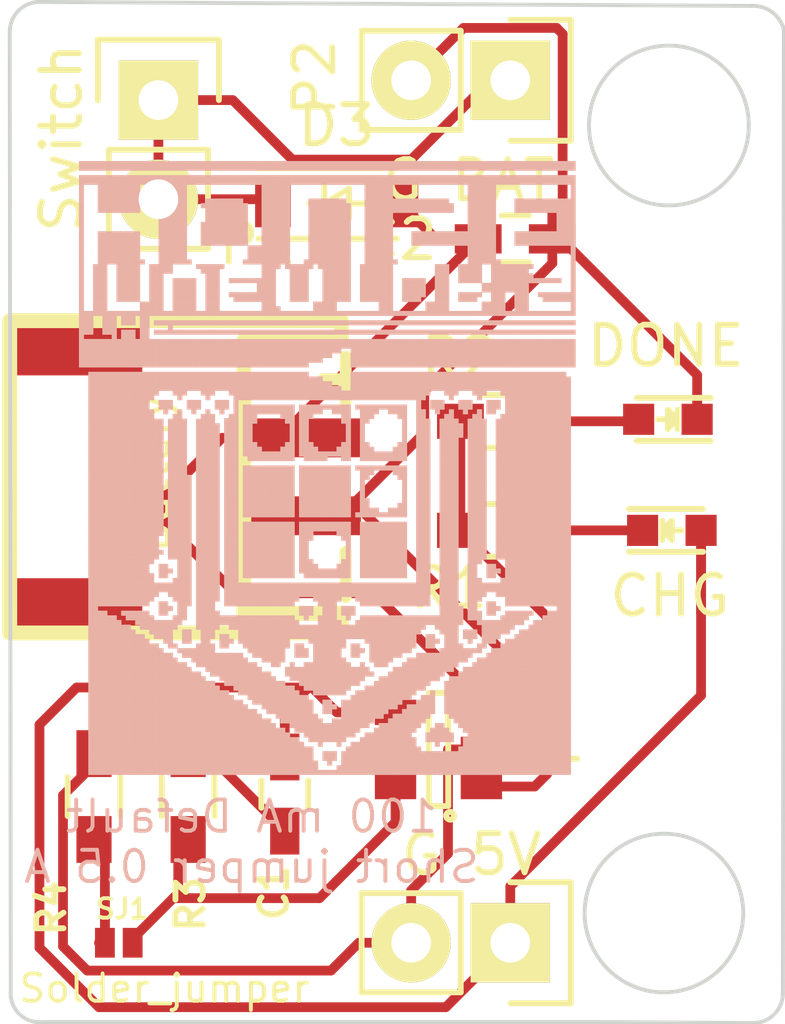
<source format=kicad_pcb>
(kicad_pcb (version 20171130) (host pcbnew "(5.1.12)-1")
  (title_block (title NodeMcuBackpackLipo) (date 2015-12-28) (rev 1.2) (company "The Inventors House") (comment 1 Wero1414) (comment 2 Sabas))
  (layers (0 F.Cu signal) (31 B.Cu signal) (34 B.Paste user hide) (35 F.Paste user hide) (36 B.SilkS user hide) (37 F.SilkS user hide) (38 B.Mask user hide) (39 F.Mask user hide) (44 Edge.Cuts user))
  (net 0 "")
  (net 1 /VBUS)
  (net 2 GND)
  (net 3 /VBat)
  (net 4 "Net-(D1-Pad1)")
  (net 5 "Net-(D2-Pad2)")
  (net 6 "Net-(R1-Pad1)")
  (net 7 "Net-(R3-Pad2)")
  (net 8 "Net-(R4-Pad2)")
  (net 9 "Net-(D3-Pad1)")
  (module Capacitors_SMD:C_0603_HandSoldering (layer F.Cu) (at 134.048 116.078 270)
    (fp_text reference C1 (at 2.532 0.2785 270) (layer F.SilkS) (effects (font (size 0.7 0.7))))
    (fp_text value 10uF)
    (pad 1 smd rect (at -0.95 0 270) (size 1.2 0.75) (layers F.Cu F.Paste F.Mask) (net 1 /VBUS))
    (pad 2 smd rect (at 0.95 0 270) (size 1.2 0.75) (layers F.Cu F.Paste F.Mask) (net 2 GND))
  )
  (module Capacitors_SMD:C_0603_HandSoldering (layer F.Cu) (at 139.954 101.854)
    (fp_text reference C2 (at -2.994 0.016) (layer F.SilkS))
    (fp_text value 10uF)
    (pad 1 smd rect (at -0.95 0) (size 1.2 0.75) (layers F.Cu F.Paste F.Mask) (net 3 /VBat))
    (pad 2 smd rect (at 0.95 0) (size 1.2 0.75) (layers F.Cu F.Paste F.Mask) (net 2 GND))
  )
  (module LEDs:LED-0603 (layer F.Cu) (at 143.967 109.322)
    (fp_text reference D1 hide)
    (fp_text value CHG (at -0.0508 1.6764) (layer F.SilkS))
    (pad 2 smd rect (at 0.7493 0 180) (size 0.79756 0.79756) (layers F.Cu F.Paste F.Mask) (net 1 /VBUS))
    (pad 1 smd rect (at -0.7493 0 180) (size 0.79756 0.79756) (layers F.Cu F.Paste F.Mask) (net 4 "Net-(D1-Pad1)"))
  )
  (module LEDs:LED-0603 (layer F.Cu) (at 143.866 106.477 180)
    (fp_text reference D2 hide)
    (fp_text value DONE (at 0.0508 1.8796 180) (layer F.SilkS))
    (pad 2 smd rect (at 0.7493 0) (size 0.79756 0.79756) (layers F.Cu F.Paste F.Mask) (net 5 "Net-(D2-Pad2)"))
    (pad 1 smd rect (at -0.7493 0) (size 0.79756 0.79756) (layers F.Cu F.Paste F.Mask) (net 2 GND))
  )
  (module Pin_Headers:Pin_Header_Straight_1x02 (layer F.Cu) (at 130.81 98.298)
    (fp_text reference P1 (at 2.54 3.683) (layer F.SilkS))
    (fp_text value Switch (at -2.4892 0.9652 90) (layer F.SilkS))
    (pad 1 thru_hole rect (at 0 0) (size 2.032 2.032) (drill 1.016) (layers *.Cu *.Mask F.SilkS) (net 9 "Net-(D3-Pad1)"))
    (pad 2 thru_hole oval (at 0 2.54) (size 2.032 2.032) (drill 1.016) (layers *.Cu *.Mask F.SilkS) (net 9 "Net-(D3-Pad1)"))
  )
  (module Pin_Headers:Pin_Header_Straight_1x02 (layer F.Cu) (at 139.827 97.79 270)
    (fp_text reference P2 (at -0.062 5.017 270) (layer F.SilkS))
    (fp_text value "G BAT" (at 2.5654 1.0668) (layer F.SilkS))
    (pad 1 thru_hole rect (at 0 0 270) (size 2.032 2.032) (drill 1.016) (layers *.Cu *.Mask F.SilkS) (net 9 "Net-(D3-Pad1)"))
    (pad 2 thru_hole oval (at 0 2.54 270) (size 2.032 2.032) (drill 1.016) (layers *.Cu *.Mask F.SilkS) (net 2 GND))
  )
  (module open-project:CONN_JST-2_SMD (layer F.Cu) (at 127 107.95 270)
    (fp_text reference P3 hide)
    (fp_text value Battery (at -0.09 -3.7 270) (layer F.SilkS) (effects (font (size 0.762 0.762) (thickness 0.127))))
    (fp_text user - (at 2.49936 -8.49884 270) (layer F.SilkS) (effects (font (size 1.524 1.524) (thickness 0.3048))))
    (fp_text user + (at -2.49936 -8.49884 270) (layer F.SilkS) (effects (font (size 1.524 1.524) (thickness 0.3048))))
    (pad "" smd rect (at -3.34772 -1.69926 270) (size 1.4986 3.39598) (layers F.Cu F.Paste F.Mask))
    (pad 1 smd rect (at -0.99822 -7.24916 270) (size 0.99568 3.49758) (layers F.Cu F.Paste F.Mask) (net 3 /VBat))
    (pad 2 smd rect (at 0.99822 -7.24916 270) (size 0.99568 3.49758) (layers F.Cu F.Paste F.Mask) (net 2 GND))
    (pad "" smd rect (at 3.34772 -1.69926 270) (size 1.4986 3.39598) (layers F.Cu F.Paste F.Mask))
  )
  (module Pin_Headers:Pin_Header_Straight_1x02 (layer F.Cu) (at 139.827 119.888 270)
    (fp_text reference P4 hide)
    (fp_text value "G 5V" (at -2.2606 0.9906) (layer F.SilkS))
    (pad 1 thru_hole rect (at 0 0 270) (size 2.032 2.032) (drill 1.016) (layers *.Cu *.Mask F.SilkS) (net 1 /VBUS))
    (pad 2 thru_hole oval (at 0 2.54 270) (size 2.032 2.032) (drill 1.016) (layers *.Cu *.Mask F.SilkS) (net 2 GND))
  )
  (module Resistors_SMD:R_0603_HandSoldering (layer F.Cu) (at 139.649 109.322)
    (fp_text reference R1 (at -1.397 1.4732) (layer F.SilkS))
    (fp_text value 1K)
    (pad 1 smd rect (at -1.1 0) (size 1.2 0.9) (layers F.Cu F.Paste F.Mask) (net 6 "Net-(R1-Pad1)"))
    (pad 2 smd rect (at 1.1 0) (size 1.2 0.9) (layers F.Cu F.Paste F.Mask) (net 4 "Net-(D1-Pad1)"))
  )
  (module Resistors_SMD:R_0603_HandSoldering (layer F.Cu) (at 139.649 106.528)
    (fp_text reference R2 (at -1.1192 -1.6176) (layer F.SilkS))
    (fp_text value 1K)
    (pad 1 smd rect (at -1.1 0) (size 1.2 0.9) (layers F.Cu F.Paste F.Mask) (net 6 "Net-(R1-Pad1)"))
    (pad 2 smd rect (at 1.1 0) (size 1.2 0.9) (layers F.Cu F.Paste F.Mask) (net 5 "Net-(D2-Pad2)"))
  )
  (module Resistors_SMD:R_0603_HandSoldering (layer F.Cu) (at 131.572 116.142 270)
    (fp_text reference R3 (at 2.7585 -0.058 270) (layer F.SilkS) (effects (font (size 0.7 0.7))))
    (fp_text value 10K)
    (pad 1 smd rect (at -1.1 0 270) (size 1.2 0.9) (layers F.Cu F.Paste F.Mask) (net 2 GND))
    (pad 2 smd rect (at 1.1 0 270) (size 1.2 0.9) (layers F.Cu F.Paste F.Mask) (net 7 "Net-(R3-Pad2)"))
  )
  (module Resistors_SMD:R_0603_HandSoldering (layer F.Cu) (at 129.159 116.142 270)
    (fp_text reference R4 (at 2.8585 1.099 270) (layer F.SilkS) (effects (font (size 0.7 0.7))))
    (fp_text value 2.5K)
    (pad 1 smd rect (at -1.1 0 270) (size 1.2 0.9) (layers F.Cu F.Paste F.Mask) (net 2 GND))
    (pad 2 smd rect (at 1.1 0 270) (size 1.2 0.9) (layers F.Cu F.Paste F.Mask) (net 8 "Net-(R4-Pad2)"))
  )
  (module open-project:S_JUMPER_2 (layer F.Cu) (at 129.794 119.888 180)
    (fp_text reference SJ1 (at -0.086 0.868 180) (layer F.SilkS) (effects (font (size 0.5 0.5) (thickness 0.1))))
    (fp_text value Solder_jumper (at -1.1684 -1.1684 180) (layer F.SilkS) (effects (font (size 0.7 0.7) (thickness 0.1))))
    (pad 1 smd rect (at -0.3556 0 180) (size 0.508 0.762) (layers F.Cu F.Paste F.Mask) (net 7 "Net-(R3-Pad2)") (clearance 0.2032))
    (pad 2 smd rect (at 0.3556 0 180) (size 0.508 0.762) (layers F.Cu F.Paste F.Mask) (net 8 "Net-(R4-Pad2)") (clearance 0.2032))
  )
  (module Housings_SOT-23_SOT-143_TSOT-6:SOT-23-5 (layer F.Cu) (at 137.986 114.935 180)
    (fp_text reference U1 (at -2.7545 0.215 180) (layer F.SilkS))
    (fp_text value MCP73831)
    (pad 1 smd rect (at -1.1 -0.95 180) (size 1.06 0.65) (layers F.Cu F.Paste F.Mask) (net 6 "Net-(R1-Pad1)"))
    (pad 2 smd rect (at -1.1 0 180) (size 1.06 0.65) (layers F.Cu F.Paste F.Mask) (net 2 GND))
    (pad 3 smd rect (at -1.1 0.95 180) (size 1.06 0.65) (layers F.Cu F.Paste F.Mask) (net 3 /VBat))
    (pad 4 smd rect (at 1.1 0.95 180) (size 1.06 0.65) (layers F.Cu F.Paste F.Mask) (net 1 /VBUS))
    (pad 5 smd rect (at 1.1 -0.95 180) (size 1.06 0.65) (layers F.Cu F.Paste F.Mask) (net 7 "Net-(R3-Pad2)"))
  )
  (module mdo:LOGO (layer B.Cu) (at 128.778 115.824)
    (fp_text reference LOGO hide)
    (fp_text value "" (at 0 0) (layer B.SilkS) (effects (font (size 1.524 1.524)) (justify mirror)))
  )
  (module Diodes_SMD:SOD-123 (layer F.Cu) (at 135.37768 100.94722)
    (fp_text reference D3 (at 0 -2) (layer F.SilkS))
    (fp_text value MBR120)
    (pad 1 smd rect (at -1.635 0) (size 0.91 1.22) (layers F.Cu F.Paste F.Mask) (net 9 "Net-(D3-Pad1)"))
    (pad 2 smd rect (at 1.635 0) (size 0.91 1.22) (layers F.Cu F.Paste F.Mask) (net 3 /VBat))
  )
  (gr_text "100 mA Default\nShort jumper 0.5 A" (at 133.1976 117.2972) (layer B.SilkS) (effects (font (size 0.8 0.8) (thickness 0.1)) (justify mirror)))
  (gr_arc (start 146.05 96.6978) (end 145.9992 95.885) (angle 78.64497158) (layer Edge.Cuts) (width 0.1))
  (gr_arc (start 127.762 96.5454) (end 127 96.5454) (angle 87.3974856) (layer Edge.Cuts) (width 0.1))
  (gr_arc (start 127.762 121.1834) (end 127.8382 121.92) (angle 97.88096847) (layer Edge.Cuts) (width 0.1))
  (gr_arc (start 146.05 121.1834) (end 146.812 121.1834) (angle 84.28946672) (layer Edge.Cuts) (width 0.1))
  (gr_circle (center 143.764 119.126) (end 145.796 119.126) (layer Edge.Cuts) (width 0.1))
  (gr_circle (center 143.891 98.948813) (end 145.923 98.694813) (layer Edge.Cuts) (width 0.1))
  (gr_line (start 146.1262 121.9454) (end 142.24 121.92) (angle 90) (layer Edge.Cuts) (width 0.1))
  (gr_line (start 127.0254 121.158) (end 127 96.5454) (angle 90) (layer Edge.Cuts) (width 0.1))
  (gr_line (start 142.24 121.92) (end 127.8382 121.92) (angle 90) (layer Edge.Cuts) (width 0.1))
  (gr_line (start 146.8374 96.4946) (end 146.812 121.1834) (angle 90) (layer Edge.Cuts) (width 0.1))
  (gr_line (start 127.7366 95.7834) (end 145.9992 95.885) (angle 90) (layer Edge.Cuts) (width 0.1))
  (segment (start 144.716 111.4365) (end 144.7163 111.4362) (width 0.25) (layer F.Cu) (net 1))
  (segment (start 144.7163 111.4362) (end 144.7163 109.322) (width 0.25) (layer F.Cu) (net 1))
  (segment (start 144.716 111.4365) (end 144.716 113.551) (width 0.25) (layer F.Cu) (net 1))
  (segment (start 144.716 113.551) (end 139.827 118.44) (width 0.25) (layer F.Cu) (net 1))
  (segment (start 139.827 118.44) (end 139.827 118.999) (width 0.25) (layer F.Cu) (net 1))
  (segment (start 144.716 109.322) (end 144.716 111.4365) (width 0.25) (layer F.Cu) (net 1))
  (segment (start 134.658 113.348) (end 128.714 113.348) (width 0.25) (layer F.Cu) (net 1))
  (segment (start 128.714 113.348) (end 127.762 114.3) (width 0.25) (layer F.Cu) (net 1))
  (segment (start 127.762 114.3) (end 127.762 120.015) (width 0.25) (layer F.Cu) (net 1))
  (segment (start 127.762 120.015) (end 129.286 121.539) (width 0.25) (layer F.Cu) (net 1))
  (segment (start 129.286 121.539) (end 138.176 121.539) (width 0.25) (layer F.Cu) (net 1))
  (segment (start 138.176 121.539) (end 139.827 119.888) (width 0.25) (layer F.Cu) (net 1))
  (segment (start 134.747 113.348) (end 134.658 113.348) (width 0.25) (layer F.Cu) (net 1))
  (segment (start 139.827 118.999) (end 139.827 119.304) (width 0.25) (layer F.Cu) (net 1))
  (segment (start 139.827 119.304) (end 139.827 119.888) (width 0.25) (layer F.Cu) (net 1))
  (segment (start 139.827 119.304) (end 139.827 119.888) (width 0.25) (layer F.Cu) (net 1))
  (segment (start 139.827 118.999) (end 139.827 119.304) (width 0.25) (layer F.Cu) (net 1))
  (segment (start 136.886 114.257) (end 136.886 113.985) (width 0.25) (layer F.Cu) (net 1))
  (segment (start 136.886 113.985) (end 135.384 113.985) (width 0.25) (layer F.Cu) (net 1))
  (segment (start 135.384 113.985) (end 134.747 113.348) (width 0.25) (layer F.Cu) (net 1))
  (segment (start 139.827 119.888) (end 139.827 119.304) (width 0.25) (layer F.Cu) (net 1))
  (segment (start 134.048 115.128) (end 134.048 113.957) (width 0.25) (layer F.Cu) (net 1))
  (segment (start 134.048 113.957) (end 134.658 113.348) (width 0.25) (layer F.Cu) (net 1))
  (segment (start 134.658 113.348) (end 134.747 113.348) (width 0.25) (layer F.Cu) (net 1))
  (segment (start 140.904 101.854) (end 140.904 101.1539) (width 0.25) (layer F.Cu) (net 2))
  (segment (start 137.287 97.79) (end 138.6282 96.4488) (width 0.25) (layer F.Cu) (net 2))
  (segment (start 138.6282 96.4488) (end 141.0146 96.4488) (width 0.25) (layer F.Cu) (net 2))
  (segment (start 141.0146 96.4488) (end 141.1682 96.6024) (width 0.25) (layer F.Cu) (net 2))
  (segment (start 141.1682 96.6024) (end 141.1682 100.8897) (width 0.25) (layer F.Cu) (net 2))
  (segment (start 141.1682 100.8897) (end 140.904 101.1539) (width 0.25) (layer F.Cu) (net 2))
  (segment (start 139.086 114.935) (end 139.9411 114.935) (width 0.25) (layer F.Cu) (net 2))
  (segment (start 135.8255 108.6225) (end 137.624 106.824) (width 0.25) (layer F.Cu) (net 2))
  (segment (start 137.624 106.824) (end 137.624 105.759) (width 0.25) (layer F.Cu) (net 2))
  (segment (start 137.624 105.759) (end 140.904 102.479) (width 0.25) (layer F.Cu) (net 2))
  (segment (start 140.904 102.479) (end 140.904 101.854) (width 0.25) (layer F.Cu) (net 2))
  (segment (start 134.2494 108.948) (end 135.5 108.948) (width 0.25) (layer F.Cu) (net 2))
  (segment (start 135.5 108.948) (end 135.8255 108.6225) (width 0.25) (layer F.Cu) (net 2))
  (segment (start 139.9411 114.935) (end 139.9411 112.7381) (width 0.25) (layer F.Cu) (net 2))
  (segment (start 139.9411 112.7381) (end 135.8255 108.6225) (width 0.25) (layer F.Cu) (net 2))
  (segment (start 138.6585 114.935) (end 139.086 114.935) (width 0.25) (layer F.Cu) (net 2))
  (segment (start 138.6585 114.935) (end 138.2309 114.935) (width 0.25) (layer F.Cu) (net 2))
  (segment (start 144.615 105.9085) (end 144.6153 105.9088) (width 0.25) (layer F.Cu) (net 2))
  (segment (start 144.6153 105.9088) (end 144.6153 106.477) (width 0.25) (layer F.Cu) (net 2))
  (segment (start 144.615 105.9085) (end 144.615 105.34) (width 0.25) (layer F.Cu) (net 2))
  (segment (start 144.615 105.34) (end 141.129 101.854) (width 0.25) (layer F.Cu) (net 2))
  (segment (start 141.129 101.854) (end 140.904 101.854) (width 0.25) (layer F.Cu) (net 2))
  (segment (start 144.615 106.477) (end 144.615 105.9085) (width 0.25) (layer F.Cu) (net 2))
  (segment (start 137.287 119.888) (end 137.287 118.5469) (width 0.25) (layer F.Cu) (net 2))
  (segment (start 138.2309 114.935) (end 138.2309 117.603) (width 0.25) (layer F.Cu) (net 2))
  (segment (start 138.2309 117.603) (end 137.287 118.5469) (width 0.25) (layer F.Cu) (net 2))
  (segment (start 134.2494 108.948) (end 134.2492 108.9482) (width 0.25) (layer F.Cu) (net 2))
  (segment (start 134.249 108.948) (end 134.2494 108.948) (width 0.25) (layer F.Cu) (net 2))
  (segment (start 137.287 119.888) (end 135.9459 119.888) (width 0.25) (layer F.Cu) (net 2))
  (segment (start 129.434 115.042) (end 128.3648 116.1112) (width 0.25) (layer F.Cu) (net 2))
  (segment (start 128.3648 116.1112) (end 128.3648 119.9811) (width 0.25) (layer F.Cu) (net 2))
  (segment (start 128.3648 119.9811) (end 128.9847 120.601) (width 0.25) (layer F.Cu) (net 2))
  (segment (start 128.9847 120.601) (end 135.2329 120.601) (width 0.25) (layer F.Cu) (net 2))
  (segment (start 135.2329 120.601) (end 135.9459 119.888) (width 0.25) (layer F.Cu) (net 2))
  (segment (start 129.434 115.042) (end 131.572 115.042) (width 0.25) (layer F.Cu) (net 2))
  (segment (start 129.159 115.042) (end 129.434 115.042) (width 0.25) (layer F.Cu) (net 2))
  (segment (start 131.572 115.042) (end 132.3471 115.042) (width 0.25) (layer F.Cu) (net 2))
  (segment (start 134.059 117.028) (end 132.3471 115.3161) (width 0.25) (layer F.Cu) (net 2))
  (segment (start 132.3471 115.3161) (end 132.3471 115.042) (width 0.25) (layer F.Cu) (net 2))
  (segment (start 134.059 117.028) (end 134.114 117.028) (width 0.25) (layer F.Cu) (net 2))
  (segment (start 134.048 117.028) (end 134.059 117.028) (width 0.25) (layer F.Cu) (net 2))
  (segment (start 134.249 106.7805) (end 134.2492 106.7807) (width 0.25) (layer F.Cu) (net 3))
  (segment (start 134.2492 106.7807) (end 134.2492 106.9518) (width 0.25) (layer F.Cu) (net 3))
  (segment (start 134.249 106.7805) (end 134.249 106.609) (width 0.25) (layer F.Cu) (net 3))
  (segment (start 134.249 106.609) (end 139.004 101.854) (width 0.25) (layer F.Cu) (net 3))
  (segment (start 139.086 113.985) (end 139.086 113.686) (width 0.25) (layer F.Cu) (net 3))
  (segment (start 139.086 113.686) (end 136.334 110.934) (width 0.25) (layer F.Cu) (net 3))
  (segment (start 136.334 110.934) (end 133.16 110.934) (width 0.25) (layer F.Cu) (net 3))
  (segment (start 133.16 110.934) (end 133.096 110.871) (width 0.25) (layer F.Cu) (net 3))
  (segment (start 133.096 110.871) (end 132.715 110.871) (width 0.25) (layer F.Cu) (net 3))
  (segment (start 132.715 110.871) (end 131 109.156) (width 0.25) (layer F.Cu) (net 3))
  (segment (start 131 109.156) (end 131 108.394) (width 0.25) (layer F.Cu) (net 3))
  (segment (start 131 108.394) (end 132.443 106.952) (width 0.25) (layer F.Cu) (net 3))
  (segment (start 132.443 106.952) (end 134.249 106.952) (width 0.25) (layer F.Cu) (net 3))
  (segment (start 134.249 106.952) (end 134.249 106.7805) (width 0.25) (layer F.Cu) (net 3))
  (segment (start 137.91946 101.854) (end 137.01268 100.94722) (width 0.25) (layer F.Cu) (net 3))
  (segment (start 139.004 101.854) (end 137.91946 101.854) (width 0.25) (layer F.Cu) (net 3))
  (segment (start 143.2177 109.322) (end 140.749 109.322) (width 0.25) (layer F.Cu) (net 4))
  (segment (start 143.218 109.322) (end 143.2177 109.322) (width 0.25) (layer F.Cu) (net 4))
  (segment (start 143.091 106.5025) (end 143.0912 106.5025) (width 0.25) (layer F.Cu) (net 5))
  (segment (start 143.0912 106.5025) (end 143.1167 106.477) (width 0.25) (layer F.Cu) (net 5))
  (segment (start 143.091 106.5025) (end 143.116 106.477) (width 0.25) (layer F.Cu) (net 5))
  (segment (start 140.749 106.528) (end 143.066 106.528) (width 0.25) (layer F.Cu) (net 5))
  (segment (start 143.066 106.528) (end 143.091 106.5025) (width 0.25) (layer F.Cu) (net 5))
  (segment (start 138.549 109.322) (end 140.767 111.539) (width 0.25) (layer F.Cu) (net 6))
  (segment (start 140.767 111.539) (end 140.767 115.57) (width 0.25) (layer F.Cu) (net 6))
  (segment (start 140.767 115.57) (end 140.452 115.885) (width 0.25) (layer F.Cu) (net 6))
  (segment (start 140.452 115.885) (end 139.086 115.885) (width 0.25) (layer F.Cu) (net 6))
  (segment (start 138.549 106.528) (end 138.549 109.322) (width 0.25) (layer F.Cu) (net 6))
  (segment (start 130.15 119.837) (end 130.1496 119.8374) (width 0.25) (layer F.Cu) (net 7))
  (segment (start 130.1496 119.8374) (end 130.1496 119.888) (width 0.25) (layer F.Cu) (net 7))
  (segment (start 130.15 119.837) (end 130.15 119.786) (width 0.25) (layer F.Cu) (net 7))
  (segment (start 130.15 119.786) (end 131.191 118.745) (width 0.25) (layer F.Cu) (net 7))
  (segment (start 130.15 119.888) (end 130.15 119.837) (width 0.25) (layer F.Cu) (net 7))
  (segment (start 131.191 118.745) (end 131.318 118.618) (width 0.25) (layer F.Cu) (net 7))
  (segment (start 131.318 118.618) (end 131.318 117.496) (width 0.25) (layer F.Cu) (net 7))
  (segment (start 131.318 117.496) (end 131.572 117.242) (width 0.25) (layer F.Cu) (net 7))
  (segment (start 131.191 118.745) (end 134.938 118.745) (width 0.25) (layer F.Cu) (net 7))
  (segment (start 134.938 118.745) (end 136.886 116.797) (width 0.25) (layer F.Cu) (net 7))
  (segment (start 136.886 116.797) (end 136.886 115.885) (width 0.25) (layer F.Cu) (net 7))
  (segment (start 129.438 118.7045) (end 129.4384 118.7049) (width 0.25) (layer F.Cu) (net 8))
  (segment (start 129.4384 118.7049) (end 129.4384 119.888) (width 0.25) (layer F.Cu) (net 8))
  (segment (start 129.438 118.7045) (end 129.438 119.888) (width 0.25) (layer F.Cu) (net 8))
  (segment (start 129.438 119.888) (end 129.286 119.888) (width 0.25) (layer F.Cu) (net 8))
  (segment (start 129.159 117.242) (end 129.438 117.521) (width 0.25) (layer F.Cu) (net 8))
  (segment (start 129.438 117.521) (end 129.438 118.7045) (width 0.25) (layer F.Cu) (net 8))
  (segment (start 139.115 97.994) (end 139.623 97.994) (width 0.25) (layer F.Cu) (net 9))
  (segment (start 139.623 97.994) (end 139.827 97.79) (width 0.25) (layer F.Cu) (net 9))
  (segment (start 139.115 97.994) (end 139.827 97.282) (width 0.25) (layer F.Cu) (net 9))
  (segment (start 130.81 98.298) (end 132.715 98.298) (width 0.25) (layer F.Cu) (net 9))
  (segment (start 132.715 98.298) (end 134.239 99.822) (width 0.25) (layer F.Cu) (net 9))
  (segment (start 134.239 99.822) (end 137.287 99.822) (width 0.25) (layer F.Cu) (net 9))
  (segment (start 137.287 99.822) (end 139.115 97.994) (width 0.25) (layer F.Cu) (net 9))
  (segment (start 133.636 100.838) (end 133.747 100.949) (width 0.25) (layer F.Cu) (net 9))
  (segment (start 133.747 100.949) (end 133.747 100.99) (width 0.25) (layer F.Cu) (net 9))
  (segment (start 130.81 100.838) (end 133.636 100.838) (width 0.25) (layer F.Cu) (net 9))
  (segment (start 130.81 100.838) (end 130.81 98.298) (width 0.25) (layer F.Cu) (net 9))
)
</source>
